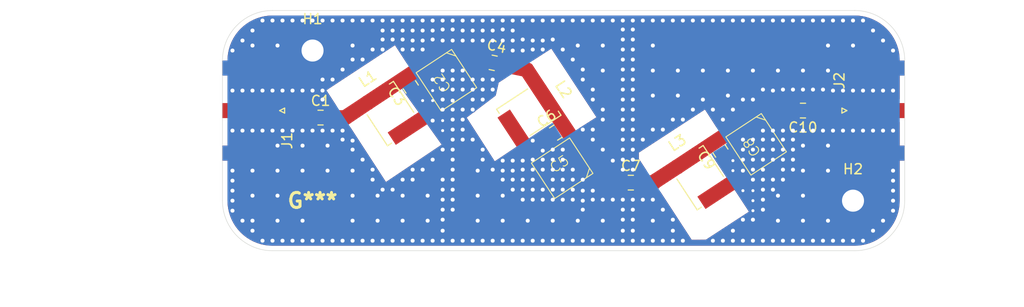
<source format=kicad_pcb>
(kicad_pcb (version 20241229) (generator "pcbnew") (generator_version "9.0")
  (layers (0 "F.Cu" signal) (2 "B.Cu" signal) (13 "F.Paste" user) (15 "B.Paste" user) (5 "F.SilkS" user "F.Silkscreen") (7 "B.SilkS" user "B.Silkscreen") (1 "F.Mask" user) (3 "B.Mask" user) (25 "Edge.Cuts" user))
  (net 0 "")
  (net 1 "Net-(C1-Pad2)")
  (net 2 "Net-(J1-In)")
  (net 3 "GND")
  (net 4 "Net-(C4-Pad2)")
  (net 5 "Net-(C10-Pad2)")
  (net 6 "Net-(J2-In)")
  (footprint "riske:L_Wurth_WE-CAIR-4248" (layer "F.Cu") (at 129.728448 140.706513 33.3)
    (property "Reference" "L3")
    (property "Value" "33n" (hide yes))
  )
  (footprint "Capacitor_SMD:C_0805_2012Metric" (layer "F.Cu") (at 122.800001 141.2)
    (property "Reference" "C7")
    (property "Value" "1p5/100V")
  )
  (footprint "riske:CERA-TRIM-SL" (layer "F.Cu") (at 104.37754 130.963233 123.3)
    (property "Reference" "C2")
    (property "Value" "2p5-10p")
  )
  (footprint "riske:CERA-TRIM-SL" (layer "F.Cu") (at 135.320981 137.371311 123.3)
    (property "Reference" "C8")
    (property "Value" "2p5-10p")
  )
  (footprint "riske:CERA-TRIM-SL" (layer "F.Cu") (at 115.940249 139.759105 33.3)
    (property "Reference" "C5")
    (property "Value" "2p5-10p")
  )
  (footprint "riske:logo_galaxy" (layer "F.Cu") (at 91 143)
    (property "Reference" "G***")
    (property "Value" "LOGO" (hide yes))
  )
  (footprint "Connector_Coaxial:SMA_Amphenol_132289_EdgeMount" (layer "F.Cu") (at 84.5 134 180)
    (property "Reference" "J1")
    (property "Value" "Conn_Coaxial")
  )
  (footprint "Connector_Coaxial:SMA_Amphenol_132289_EdgeMount" (layer "F.Cu") (at 147.6 134)
    (property "Reference" "J2")
    (property "Value" "Conn_Coaxial")
  )
  (footprint "Capacitor_SMD:C_0805_2012Metric" (layer "F.Cu") (at 100.813197 131.635136 123.3)
    (property "Reference" "C3")
    (property "Value" "18p/200V")
  )
  (footprint "Capacitor_SMD:C_0805_2012Metric" (layer "F.Cu") (at 131.750499 138.03145 123.3)
    (property "Reference" "C9")
    (property "Value" "18p/200V")
  )
  (footprint "Capacitor_SMD:C_0805_2012Metric" (layer "F.Cu") (at 91.8 134.7 -0.2)
    (property "Reference" "C1")
    (property "Value" "8p2/100V")
  )
  (footprint "MountingHole:MountingHole_2.2mm_M2_Pad" (layer "F.Cu") (at 91 128)
    (property "Reference" "H1")
    (property "Value" "MountingHole_Pad")
  )
  (footprint "Capacitor_SMD:C_0805_2012Metric" (layer "F.Cu") (at 109.049714 129.228928 -11.7)
    (property "Reference" "C4")
    (property "Value" "1p5/100V")
  )
  (footprint "riske:L_Wurth_WE-CAIR-4248" (layer "F.Cu") (at 98.785006 134.298434 33.3)
    (property "Reference" "L1")
    (property "Value" "33n" (hide yes))
  )
  (footprint "Capacitor_SMD:C_0805_2012Metric" (layer "F.Cu") (at 140 134 179.8)
    (property "Reference" "C10")
    (property "Value" "8p2/100V")
  )
  (footprint "MountingHole:MountingHole_2.2mm_M2_Pad" (layer "F.Cu") (at 145 143)
    (property "Reference" "H2")
    (property "Value" "MountingHole_Pad")
  )
  (footprint "riske:L_Wurth_WE-CAIR-4248" (layer "F.Cu") (at 112.605048 134.166572 -56.7)
    (property "Reference" "L2")
    (property "Value" "33n" (hide yes))
  )
  (footprint "Capacitor_SMD:C_0805_2012Metric" (layer "F.Cu") (at 115.3 136.2 33.3)
    (property "Reference" "C6")
    (property "Value" "22p/200V")
  )
  (gr_arc (start 150.164466 143) (mid 148.7 146.535534) (end 145.164466 148) (stroke (width 0.05)) (layer "Edge.Cuts"))
  (gr_arc (start 145.164466 124) (mid 148.7 125.464466) (end 150.164466 129) (stroke (width 0.05)) (layer "Edge.Cuts"))
  (gr_line (start 145.164466 148) (end 87 148) (stroke (width 0.05)) (layer "Edge.Cuts"))
  (gr_arc (start 87 148) (mid 83.464466 146.535534) (end 82 143) (stroke (width 0.05)) (layer "Edge.Cuts"))
  (gr_arc (start 82 129) (mid 83.464466 125.464466) (end 87 124) (stroke (width 0.05)) (layer "Edge.Cuts"))
  (gr_line (start 87 124) (end 145.164466 124) (stroke (width 0.05)) (layer "Edge.Cuts"))
  (gr_line (start 150.164466 129) (end 150.164466 143) (stroke (width 0.05)) (layer "Edge.Cuts"))
  (gr_line (start 82 129) (end 82 143) (stroke (width 0.05)) (layer "Edge.Cuts"))
  (segment (start 96.503475 133.20515) (end 103.017885 128.893356) (width 1.48) (layer "F.Cu") (net 1))
  (segment (start 96.501464 133.208131) (end 96.503475 133.20515) (width 1.48) (layer "F.Cu") (net 1))
  (segment (start 92.749994 134.703316) (end 94.3 134.7) (width 1.48) (layer "F.Cu") (net 1))
  (segment (start 96.501464 133.208131) (end 94.3 134.7) (width 1.48) (layer "F.Cu") (net 1))
  (segment (start 108.119452 129.03628) (end 105.267578 128.45606) (width 1.48) (layer "F.Cu") (net 1))
  (segment (start 96.501464 133.208131) (end 96.519355 133.211836) (width 1.48) (layer "F.Cu") (net 1))
  (arc (start 105.267578 128.45606) (mid 104.09924 128.450962) (end 103.017885 128.893356) (width 1.48) (layer "F.Cu") (net 1))
  (segment (start 84.5 134) (end 89.168062 134) (width 1.48) (layer "F.Cu") (net 2))
  (arc (start 89.168062 134) (mid 90.078324 134.181062) (end 90.850006 134.696684) (width 1.48) (layer "F.Cu") (net 2))
  (arc (start 84.508006 133.996684) (mid 84.503673 133.997545) (end 84.5 134) (width 1.48) (layer "F.Cu") (net 2))
  (via (at 120 137.9) (size 0.6) (drill 0.4) (layers "F.Cu" "B.Cu") (net 3))
  (via (at 85 146) (size 0.6) (drill 0.4) (layers "F.Cu" "B.Cu") (net 3))
  (via (at 116 141.9) (size 0.6) (drill 0.4) (layers "F.Cu" "B.Cu") (net 3))
  (via (at 123 136.9) (size 0.6) (drill 0.4) (layers "F.Cu" "B.Cu") (net 3))
  (via (at 111 125) (size 0.6) (drill 0.4) (layers "F.Cu" "B.Cu") (net 3))
  (via (at 106 130) (size 0.6) (drill 0.4) (layers "F.Cu" "B.Cu") (net 3))
  (via (at 105 136.9) (size 0.6) (drill 0.4) (layers "F.Cu" "B.Cu") (net 3))
  (via (at 139 136.900001) (size 0.6) (drill 0.4) (layers "F.Cu" "B.Cu") (net 3))
  (via (at 105 130.9) (size 0.6) (drill 0.4) (layers "F.Cu" "B.Cu") (net 3))
  (via (at 88 132) (size 0.6) (drill 0.4) (layers "F.Cu" "B.Cu") (net 3))
  (via (at 107 136.9) (size 0.6) (drill 0.4) (layers "F.Cu" "B.Cu") (net 3))
  (via (at 123 147) (size 0.6) (drill 0.4) (layers "F.Cu" "B.Cu") (net 3))
  (via (at 109 127) (size 0.6) (drill 0.4) (layers "F.Cu" "B.Cu") (net 3))
  (via (at 98 127.9) (size 0.6) (drill 0.4) (layers "F.Cu" "B.Cu") (net 3))
  (via (at 95.000001 137.9) (size 0.6) (drill 0.4) (layers "F.Cu" "B.Cu") (net 3))
  (via (at 90 132) (size 0.6) (drill 0.4) (layers "F.Cu" "B.Cu") (net 3))
  (via (at 135 137.9) (size 0.6) (drill 0.4) (layers "F.Cu" "B.Cu") (net 3))
  (via (at 135 136.9) (size 0.6) (drill 0.4) (layers "F.Cu" "B.Cu") (net 3))
  (via (at 114 142.9) (size 0.6) (drill 0.4) (layers "F.Cu" "B.Cu") (net 3))
  (via (at 110 127) (size 0.6) (drill 0.4) (layers "F.Cu" "B.Cu") (net 3))
  (via (at 96 138.9) (size 0.6) (drill 0.4) (layers "F.Cu" "B.Cu") (net 3))
  (via (at 122 138.9) (size 0.6) (drill 0.4) (layers "F.Cu" "B.Cu") (net 3))
  (via (at 87 132) (size 0.6) (drill 0.4) (layers "F.Cu" "B.Cu") (net 3))
  (via (at 118 147) (size 0.6) (drill 0.4) (layers "F.Cu" "B.Cu") (net 3))
  (via (at 102 127.9) (size 0.6) (drill 0.4) (layers "F.Cu" "B.Cu") (net 3))
  (via (at 99 125) (size 0.6) (drill 0.4) (layers "F.Cu" "B.Cu") (net 3))
  (via (at 134 147) (size 0.6) (drill 0.4) (layers "F.Cu" "B.Cu") (net 3))
  (via (at 144 147) (size 0.6) (drill 0.4) (layers "F.Cu" "B.Cu") (net 3))
  (via (at 107.5 145) (size 0.6) (drill 0.4) (layers "F.Cu" "B.Cu") (net 3))
  (via (at 103 126) (size 0.6) (drill 0.4) (layers "F.Cu" "B.Cu") (net 3))
  (via (at 117 128.900001) (size 0.6) (drill 0.4) (layers "F.Cu" "B.Cu") (net 3))
  (via (at 127 134.9) (size 0.6) (drill 0.4) (layers "F.Cu" "B.Cu") (net 3))
  (via (at 122 139.900001) (size 0.6) (drill 0.4) (layers "F.Cu" "B.Cu") (net 3))
  (via (at 107.5 140) (size 0.6) (drill 0.4) (layers "F.Cu" "B.Cu") (net 3))
  (via (at 103 132) (size 0.6) (drill 0.3) (layers "F.Cu" "B.Cu") (net 3))
  (via (at 123 138.9) (size 0.6) (drill 0.4) (layers "F.Cu" "B.Cu") (net 3))
  (via (at 111 140.900001) (size 0.6) (drill 0.4) (layers "F.Cu" "B.Cu") (net 3))
  (via (at 148 132) (size 0.6) (drill 0.4) (layers "F.Cu" "B.Cu") (net 3))
  (via (at 134 125) (size 0.6) (drill 0.4) (layers "F.Cu" "B.Cu") (net 3))
  (via (at 111 147) (size 0.6) (drill 0.4) (layers "F.Cu" "B.Cu") (net 3))
  (via (at 103 126.9) (size 0.6) (drill 0.4) (layers "F.Cu" "B.Cu") (net 3))
  (via (at 135 139.9) (size 0.6) (drill 0.4) (layers "F.Cu" "B.Cu") (net 3))
  (via (at 126 125) (size 0.6) (drill 0.4) (layers "F.Cu" "B.Cu") (net 3))
  (via (at 137.5 142.5) (size 0.6) (drill 0.4) (layers "F.Cu" "B.Cu") (net 3))
  (via (at 107 125) (size 0.6) (drill 0.4) (layers "F.Cu" "B.Cu") (net 3))
  (via (at 122 144.9) (size 0.6) (drill 0.4) (layers "F.Cu" "B.Cu") (net 3))
  (via (at 115 140.9) (size 0.6) (drill 0.4) (layers "F.Cu" "B.Cu") (net 3))
  (via (at 147 126) (size 0.6) (drill 0.4) (layers "F.Cu" "B.Cu") (net 3))
  (via (at 118 142) (size 0.6) (drill 0.4) (layers "F.Cu" "B.Cu") (net 3))
  (via (at 107.000001 131.9) (size 0.6) (drill 0.4) (layers "F.Cu" "B.Cu") (net 3))
  (via (at 117 141.9) (size 0.6) (drill 0.4) (layers "F.Cu" "B.Cu") (net 3))
  (via (at 125 135.9) (size 0.6) (drill 0.4) (layers "F.Cu" "B.Cu") (net 3))
  (via (at 94.000001 129.9) (size 0.6) (drill 0.4) (layers "F.Cu" "B.Cu") (net 3))
  (via (at 114 125) (size 0.6) (drill 0.4) (layers "F.Cu" "B.Cu") (net 3))
  (via (at 138 131.9) (size 0.6) (drill 0.4) (layers "F.Cu" "B.Cu") (net 3))
  (via (at 119 136.9) (size 0.6) (drill 0.4) (layers "F.Cu" "B.Cu") (net 3))
  (via (at 108 125) (size 0.6) (drill 0.4) (layers "F.Cu" "B.Cu") (net 3))
  (via (at 118 143) (size 0.6) (drill 0.4) (layers "F.Cu" "B.Cu") (net 3))
  (via (at 117 142.9) (size 0.6) (drill 0.4) (layers "F.Cu" "B.Cu") (net 3))
  (via (at 105 135.9) (size 0.6) (drill 0.4) (layers "F.Cu" "B.Cu") (net 3))
  (via (at 109 147) (size 0.6) (drill 0.4) (layers "F.Cu" "B.Cu") (net 3))
  (via (at 108 138.9) (size 0.6) (drill 0.4) (layers "F.Cu" "B.Cu") (net 3))
  (via (at 124 142.9) (size 0.6) (drill 0.4) (layers "F.Cu" "B.Cu") (net 3))
  (via (at 90 137.5) (size 0.6) (drill 0.4) (layers "F.Cu" "B.Cu") (net 3))
  (via (at 83 140) (size 0.6) (drill 0.4) (layers "F.Cu" "B.Cu") (net 3))
  (via (at 140 147) (size 0.6) (drill 0.4) (layers "F.Cu" "B.Cu") (net 3))
  (via (at 118 130.9) (size 0.6) (drill 0.4) (layers "F.Cu" "B.Cu") (net 3))
  (via (at 149 141) (size 0.6) (drill 0.4) (layers "F.Cu" "B.Cu") (net 3))
  (via (at 134 142) (size 0.6) (drill 0.3) (layers "F.Cu" "B.Cu") (net 3))
  (via (at 103 133) (size 0.6) (drill 0.3) (layers "F.Cu" "B.Cu") (net 3))
  (via (at 125 130) (size 0.6) (drill 0.4) (layers "F.Cu" "B.Cu") (net 3))
  (via (at 108 127) (size 0.6) (drill 0.4) (layers "F.Cu" "B.Cu") (net 3))
  (via (at 92 130.9) (size 0.6) (drill 0.4) (layers "F.Cu" "B.Cu") (net 3))
  (via (at 109 130.9) (size 0.6) (drill 0.4) (layers "F.Cu" "B.Cu") (net 3))
  (via (at 90 140) (size 0.6) (drill 0.4) (layers "F.Cu" "B.Cu") (net 3))
  (via (at 89 136) (size 0.6) (drill 0.4) (layers "F.Cu" "B.Cu") (net 3))
  (via (at 110 139) (size 0.6) (drill 0.4) (layers "F.Cu" "B.Cu") (net 3))
  (via (at 104 136) (size 0.6) (drill 0.3) (layers "F.Cu" "B.Cu") (net 3))
  (via (at 95 128.9) (size 0.6) (drill 0.4) (layers "F.Cu" "B.Cu") (net 3))
  (via (at 94 147) (size 0.6) (drill 0.4) (layers "F.Cu" "B.Cu") (net 3))
  (via (at 138 136.900001) (size 0.6) (drill 0.4) (layers "F.Cu" "B.Cu") (net 3))
  (via (at 149 140) (size 0.6) (drill 0.4) (layers "F.Cu" "B.Cu") (net 3))
  (via (at 128 147) (size 0.6) (drill 0.4) (layers "F.Cu" "B.Cu") (net 3))
  (via (at 123 139.9) (size 0.6) (drill 0.4) (layers "F.Cu" "B.Cu") (net 3))
  (via (at 103 147) (size 0.6) (drill 0.4) (layers "F.Cu" "B.Cu") (net 3))
  (via (at 123 125) (size 0.6) (drill 0.4) (layers "F.Cu" "B.Cu") (net 3))
  (via (at 108 137.9) (size 0.6) (drill 0.4) (layers "F.Cu" "B.Cu") (net 3))
  (via (at 139 131.9) (size 0.6) (drill 0.4) (layers "F.Cu" "B.Cu") (net 3))
  (via (at 141 147) (size 0.6) (drill 0.4) (layers "F.Cu" "B.Cu") (net 3))
  (via (at 136 147) (size 0.6) (drill 0.4) (layers "F.Cu" "B.Cu") (net 3))
  (via (at 140 131.9) (size 0.6) (drill 0.4) (layers "F.Cu" "B.Cu") (net 3))
  (via (at 115 147) (size 0.6) (drill 0.4) (layers "F.Cu" "B.Cu") (net 3))
  (via (at 112 142.9) (size 0.6) (drill 0.4) (layers "F.Cu" "B.Cu") (net 3))
  (via (at 138 147) (size 0.6) (drill 0.4) (layers "F.Cu" "B.Cu") (net 3))
  (via (at 133 133.9) (size 0.6) (drill 0.4) (layers "F.Cu" "B.Cu") (net 3))
  (via (at 108 126) (size 0.6) (drill 0.4) (layers "F.Cu" "B.Cu") (net 3))
  (via (at 84 136) (size 0.6) (drill 0.4) (layers "F.Cu" "B.Cu") (net 3))
  (via (at 106 126) (size 0.6) (drill 0.4) (layers "F.Cu" "B.Cu") (net 3))
  (via (at 107.000001 130.9) (size 0.6) (drill 0.4) (layers "F.Cu" "B.Cu") (net 3))
  (via (at 102 139.9) (size 0.6) (drill 0.4) (layers "F.Cu" "B.Cu") (net 3))
  (via (at 85 140) (size 0.6) (drill 0.4) (layers "F.Cu" "B.Cu") (net 3))
  (via (at 142 125) (size 0.6) (drill 0.4) (layers "F.Cu" "B.Cu") (net 3))
  (via (at 115 139.9) (size 0.6) (drill 0.4) (layers "F.Cu" "B.Cu") (net 3))
  (via (at 84 127) (size 0.6) (drill 0.4) (layers "F.Cu" "B.Cu") (net 3))
  (via (at 105 125) (size 0.6) (drill 0.4) (layers "F.Cu" "B.Cu") (net 3))
  (via (at 87.5 140) (size 0.6) (drill 0.4) (layers "F.Cu" "B.Cu") (net 3))
  (via (at 93 130.9) (size 0.6) (drill 0.4) (layers "F.Cu" "B.Cu") (net 3))
  (via (at 105 142.9) (size 0.6) (drill 0.4) (layers "F.Cu" "B.Cu") (net 3))
  (via (at 118 135.900001) (size 0.6) (drill 0.4) (layers "F.Cu" "B.Cu") (net 3))
  (via (at 131 133.9) (size 0.6) (drill 0.4) (layers "F.Cu" "B.Cu") (net 3))
  (via (at 108 132.9) (size 0.6) (drill 0.4) (layers "F.Cu" "B.Cu") (net 3))
  (via (at 124 125) (size 0.6) (drill 0.4) (layers "F.Cu" "B.Cu") (net 3))
  (via (at 137.5 145) (size 0.6) (drill 0.4) (layers "F.Cu" "B.Cu") (net 3))
  (via (at 90 147) (size 0.6) (drill 0.4) (layers "F.Cu" "B.Cu") (net 3))
  (via (at 134 137.9) (size 0.6) (drill 0.4) (layers "F.Cu" "B.Cu") (net 3))
  (via (at 114 138) (size 0.6) (drill 0.4) (layers "F.Cu" "B.Cu") (net 3))
  (via (at 149 132) (size 0.6) (drill 0.4) (layers "F.Cu" "B.Cu") (net 3))
  (via (at 107 127) (size 0.6) (drill 0.4) (layers "F.Cu" "B.Cu") (net 3))
  (via (at 119 131.9) (size 0.6) (drill 0.4) (layers "F.Cu" "B.Cu") (net 3))
  (via (at 137 136) (size 0.6) (drill 0.4) (layers "F.Cu" "B.Cu") (net 3))
  (via (at 113 127) (size 0.6) (drill 0.4) (layers "F.Cu" "B.Cu") (net 3))
  (via (at 106 147) (size 0.6) (drill 0.4) (layers "F.Cu" "B.Cu") (net 3))
  (via (at 102 133) (size 0.6) (drill 0.3) (layers "F.Cu" "B.Cu") (net 3))
  (via (at 100 126) (size 0.6) (drill 0.4) (layers "F.Cu" "B.Cu") (net 3))
  (via (at 127.5 130) (size 0.6) (drill 0.4) (layers "F.Cu" "B.Cu") (net 3))
  (via (at 101 126) (size 0.6) (drill 0.4) (layers "F.Cu" "B.Cu") (net 3))
  (via (at 112.000001 139.9) (size 0.6) (drill 0.4) (layers "F.Cu" "B.Cu") (net 3))
  (via (at 92 132) (size 0.6) (drill 0.4) (layers "F.Cu" "B.Cu") (net 3))
  (via (at 95 137) (size 0.6) (drill 0.4) (layers "F.Cu" "B.Cu") (net 3))
  (via (at 122 133.9) (size 0.6) (drill 0.4) (layers "F.Cu" "B.Cu") (net 3))
  (via (at 132 134.9) (size 0.6) (drill 0.4) (layers "F.Cu" "B.Cu") (net 3))
  (via (at 129 133.9) (size 0.6) (drill 0.4) (layers "F.Cu" "B.Cu") (net 3))
  (via (at 93 147) (size 0.6) (drill 0.4) (layers "F.Cu" "B.Cu") (net 3))
  (via (at 132 147) (size 0.6) (drill 0.4) (layers "F.Cu" "B.Cu") (net 3))
  (via (at 123 127.9) (size 0.6) (drill 0.4) (layers "F.Cu" "B.Cu") (net 3))
  (via (at 110 140) (size 0.6) (drill 0.4) (layers "F.Cu" "B.Cu") (net 3))
  (via (at 134 138.9) (size 0.6) (drill 0.4) (layers "F.Cu" "B.Cu") (net 3))
  (via (at 125 147) (size 0.6) (drill 0.4) (layers "F.Cu" "B.Cu") (net 3))
  (via (at 141 131.9) (size 0.6) (drill 0.4) (layers "F.Cu" "B.Cu") (net 3))
  (via (at 144 125) (size 0.6) (drill 0.4) (layers "F.Cu" "B.Cu") (net 3))
  (via (at 144 136) (size 0.6) (drill 0.4) (layers "F.Cu" "B.Cu") (net 3))
  (via (at 123 129.9) (size 0.6) (drill 0.4) (layers "F.Cu" "B.Cu") (net 3))
  (via (at 136 143.9) (size 0.6) (drill 0.4) (layers "F.Cu" "B.Cu") (net 3))
  (via (at 137 140.9) (size 0.6) (drill 0.4) (layers "F.Cu" "B.Cu") (net 3))
  (via (at 123 131.9) (size 0.6) (drill 0.4) (layers "F.Cu" "B.Cu") (net 3))
  (via (at 92.5 137.5) (size 0.6) (drill 0.4) (layers "F.Cu" "B.Cu") (net 3))
  (via (at 120 147) (size 0.6) (drill 0.4) (layers "F.Cu" "B.Cu") (net 3))
  (via (at 110 125.9) (size 0.6) (drill 0.4) (layers "F.Cu" "B.Cu") (net 3))
  (via (at 123.000001 134.9) (size 0.6) (drill 0.4) (layers "F.Cu" "B.Cu") (net 3))
  (via (at 145 136) (size 0.6) (drill 0.4) (layers "F.Cu" "B.Cu") (net 3))
  (via (at 111 139) (size 0.6) (drill 0.4) (layers "F.Cu" "B.Cu") (net 3))
  (via (at 117.5 145) (size 0.6) (drill 0.4) (layers "F.Cu" "B.Cu") (net 3))
  (via (at 135 144.9) (size 0.6) (drill 0.4) (layers "F.Cu" "B.Cu") (net 3))
  (via (at 98 147) (size 0.6) (drill 0.4) (layers "F.Cu" "B.Cu") (net 3))
  (via (at 114 127.900001) (size 0.6) (drill 0.4) (layers "F.Cu" "B.Cu") (net 3))
  (via (at 123 146) (size 0.6) (drill 0.4) (layers "F.Cu" "B.Cu") (net 3))
  (via (at 103 135) (size 0.6) (drill 0.4) (layers "F.Cu" "B.Cu") (net 3))
  (via (at 99 126) (size 0.6) (drill 0.4) (layers "F.Cu" "B.Cu") (net 3))
  (via (at 89 147) (size 0.6) (drill 0.4) (layers "F.Cu" "B.Cu") (net 3))
  (via (at 145 125) (size 0.6) (drill 0.4) (layers "F.Cu" "B.Cu") (net 3))
  (via (at 123 128.9) (size 0.6) (drill 0.4) (layers "F.Cu" "B.Cu") (net 3))
  (via (at 137 141.9) (size 0.6) (drill 0.4) (layers "F.Cu" "B.Cu") (net 3))
  (via (at 137 137.9) (size 0.6) (drill 0.4) (layers "F.Cu" "B.Cu") (net 3))
  (via (at 132.5 130) (size 0.6) (drill 0.4) (layers "F.Cu" "B.Cu") (net 3))
  (via (at 137 147) (size 0.6) (drill 0.4) (layers "F.Cu" "B.Cu") (net 3))
  (via (at 136 136) (size 0.6) (drill 0.4) (layers "F.Cu" "B.Cu") (net 3))
  (via (at 101 140.9) (size 0.6) (drill 0.4) (layers "F.Cu" "B.Cu") (net 3))
  (via (at 121 147) (size 0.6) (drill 0.4) (layers "F.Cu" "B.Cu") (net 3))
  (via (at 116 142.9) (size 0.6) (drill 0.4) (layers "F.Cu" "B.Cu") (net 3))
  (via (at 116 140.9) (size 0.6) (drill 0.4) (layers "F.Cu" "B.Cu") (net 3))
  (via (at 86 147) (size 0.6) (drill 0.4) (layers "F.Cu" "B.Cu") (net 3))
  (via (at 84 145) (size 0.6) (drill 0.4) (layers "F.Cu" "B.Cu") (net 3))
  (via (at 104 125) (size 0.6) (drill 0.4) (layers "F.Cu" "B.Cu") (net 3))
  (via (at 135 130) (size 0.6) (drill 0.4) (layers "F.Cu" "B.Cu") (net 3))
  (via (at 83 143) (size 0.6) (drill 0.4) (layers "F.Cu" "B.Cu") (net 3))
  (via (at 137 132) (size 0.6) (drill 0.4) (layers "F.Cu" "B.Cu") (net 3))
  (via (at 107 132.9) (size 0.6) (drill 0.4) (layers "F.Cu" "B.Cu") (net 3))
  (via (at 140 130) (size 0.6) (drill 0.4) (layers "F.Cu" "B.Cu") (net 3))
  (via (at 146 147) (size 0.6) (drill 0.4) (layers "F.Cu" "B.Cu") (net 3))
  (via (at 129 125) (size 0.6) (drill 0.4) (layers "F.Cu" "B.Cu") (net 3))
  (via (at 98 126) (size 0.6) (drill 0.4) (layers "F.Cu" "B.Cu") (net 3))
  (via (at 123 130.9) (size 0.6) (drill 0.4) (layers "F.Cu" "B.Cu") (net 3))
  (via (at 97 127.900001) (size 0.6) (drill 0.4) (layers "F.Cu" "B.Cu") (net 3))
  (via (at 126 147) (size 0.6) (drill 0.4) (layers "F.Cu" "B.Cu") (net 3))
  (via (at 120 130) (size 0.6) (drill 0.4) (layers "F.Cu" "B.Cu") (net 3))
  (via (at 120 125) (size 0.6) (drill 0.4) (layers "F.Cu" "B.Cu") (net 3))
  (via (at 105 131.9) (size 0.6) (drill 0.4) (layers "F.Cu" "B.Cu") (net 3))
  (via (at 136.000001 136.9) (size 0.6) (drill 0.4) (layers "F.Cu" "B.Cu") (net 3))
  (via (at 111 128) (size 0.6) (drill 0.4) (layers "F.Cu" "B.Cu") (net 3))
  (via (at 100 126.9) (size 0.6) (drill 0.4) (layers "F.Cu" "B.Cu") (net 3))
  (via (at 86 136) (size 0.6) (drill 0.4) (layers "F.Cu" "B.Cu") (net 3))
  (via (at 126 143.9) (size 0.6) (drill 0.4) (layers "F.Cu" "B.Cu") (net 3))
  (via (at 130 125) (size 0.6) (drill 0.4) (layers "F.Cu" "B.Cu") (net 3))
  (via (at 113 141.9) (size 0.6) (drill 0.4) (layers "F.Cu" "B.Cu") (net 3))
  (via (at 116 127.9) (size 0.6) (drill 0.4) (layers "F.Cu" "B.Cu") (net 3))
  (via (at 106 127) (size 0.6) (drill 0.4) (layers "F.Cu" "B.Cu") (net 3))
  (via (at 95 147) (size 0.6) (drill 0.4) (layers "F.Cu" "B.Cu") (net 3))
  (via (at 101 127) (size 0.6) (drill 0.4) (layers "F.Cu" "B.Cu") (net 3))
  (via (at 105 138.9) (size 0.6) (drill 0.4) (layers "F.Cu" "B.Cu") (net 3))
  (via (at 141 125) (size 0.6) (drill 0.4) (layers "F.Cu" "B.Cu") (net 3))
  (via (at 99 126.9) (size 0.6) (drill 0.4) (layers "F.Cu" "B.Cu") (net 3))
  (via (at 90 125) (size 0.6) (drill 0.4) (layers "F.Cu" "B.Cu") (net 3))
  (via (at 95 127.5) (size 0.6) (drill 0.4) (layers "F.Cu" "B.Cu") (net 3))
  (via (at 122 146) (size 0.6) (drill 0.4) (layers "F.Cu" "B.Cu") (net 3))
  (via (at 122 125.9) (size 0.6) (drill 0.4) (layers "F.Cu" "B.Cu") (net 3))
  (via (at 122 129.9) (size 0.6) (drill 0.4) (layers "F.Cu" "B.Cu") (net 3))
  (via (at 90 136) (size 0.6) (drill 0.4) (layers "F.Cu" "B.Cu") (net 3))
  (via (at 138 125) (size 0.6) (drill 0.4) (layers "F.Cu" "B.Cu") (net 3))
  (via (at 93 136) (size 0.6) (drill 0.4) (layers "F.Cu" "B.Cu") (net 3))
  (via (at 85 145) (size 0.6) (drill 0.4) (layers "F.Cu" "B.Cu") (net 3))
  (via (at 83 142) (size 0.6) (drill 0.4) (layers "F.Cu" "B.Cu") (net 3))
  (via (at 133 140) (size 0.6) (drill 0.3) (layers "F.Cu" "B.Cu") (net 3))
  (via (at 97 125) (size 0.6) (drill 0.4) (layers "F.Cu" "B.Cu") (net 3))
  (via (at 113 140.9) (size 0.6) (drill 0.4) (layers "F.Cu" "B.Cu") (net 3))
  (via (at 116 125) (size 0.6) (drill 0.4) (layers "F.Cu" "B.Cu") (net 3))
  (via (at 87 125) (size 0.6) (drill 0.4) (layers "F.Cu" "B.Cu") (net 3))
  (via (at 100 125) (size 0.6) (drill 0.4) (layers "F.Cu" "B.Cu") (net 3))
  (via (at 145 132) (size 0.6) (drill 0.4) (layers "F.Cu" "B.Cu") (net 3))
  (via (at 97 147) (size 0.6) (drill 0.4) (layers "F.Cu" "B.Cu") (net 3))
  (via (at 138 138.9) (size 0.6) (drill 0.4) (layers "F.Cu" "B.Cu") (net 3))
  (via (at 134 140) (size 0.6) (drill 0.4) (layers "F.Cu" "B.Cu") (net 3))
  (via (at 121 139) (size 0.6) (drill 0.4) (layers "F.Cu" "B.Cu") (net 3))
  (via (at 100 147) (size 0.6) (drill 0.4) (layers "F.Cu" "B.Cu") (net 3))
  (via (at 119 135.900001) (size 0.6) (drill 0.4) (layers "F.Cu" "B.Cu") (net 3))
  (via (at 139 137.9) (size 0.6) (drill 0.4) (layers "F.Cu" "B.Cu") (net 3))
  (via (at 122 131.9) (size 0.6) (drill 0.4) (layers "F.Cu" "B.Cu") (net 3))
  (via (at 104 127) (size 0.6) (drill 0.4) (layers "F.Cu" "B.Cu") (net 3))
  (via (at 128 125) (size 0.6) (drill 0.4) (layers "F.Cu" "B.Cu") (net 3))
  (via (at 146 125) (size 0.6) (drill 0.4) (layers "F.Cu" "B.Cu") (net 3))
  (via (at 89 125) (size 0.6) (drill 0.4) (layers "F.Cu" "B.Cu") (net 3))
  (via (at 114 141.9) (size 0.6) (drill 0.4) (layers "F.Cu" "B.Cu") (net 3))
  (via (at 122 125) (size 0.6) (drill 0.4) (layers "F.Cu" "B.Cu") (net 3))
  (via (at 116 137.9) (size 0.6) (drill 0.4) (layers "F.Cu" "B.Cu") (net 3))
  (via (at 127 125) (size 0.6) (drill 0.4) (layers "F.Cu" "B.Cu") (net 3))
  (via (at 142.5 145) (size 0.6) (drill 0.4) (layers "F.Cu" "B.Cu") (net 3))
  (via (at 127 144.9) (size 0.6) (drill 0.4) (layers "F.Cu" "B.Cu") (net 3))
  (via (at 113 142.9) (size 0.6) (drill 0.4) (layers "F.Cu" "B.Cu") (net 3))
  (via (at 135 142) (size 0.6) (drill 0.3) (layers "F.Cu" "B.Cu") (net 3))
  (via (at 120 127.5) (size 0.6) (drill 0.4) (layers "F.Cu" "B.Cu") (net 3))
  (via (at 100 127.9) (size 0.6) (drill 0.4) (layers "F.Cu" "B.Cu") (net 3))
  (via (at 110 140.900001) (size 0.6) (drill 0.4) (layers "F.Cu" "B.Cu") (net 3))
  (via (at 139 136) (size 0.6) (drill 0.4) (layers "F.Cu" "B.Cu") (net 3))
  (via (at 108 147) (size 0.6) (drill 0.4) (layers "F.Cu" "B.Cu") (net 3))
  (via (at 105 143.9) (size 0.6) (drill 0.4) (layers "F.Cu" "B.Cu") (net 3))
  (via (at 138 139.9) (size 0.6) (drill 0.4) (layers "F.Cu" "B.Cu") (net 3))
  (via (at 132 125) (size 0.6) (drill 0.4) (layers "F.Cu" "B.Cu") (net 3))
  (via (at 87.5 142.5) (size 0.6) (drill 0.4) (layers "F.Cu" "B.Cu") (net 3))
  (via (at 91 147) (size 0.6) (drill 0.4) (layers "F.Cu" "B.Cu") (net 3))
  (via (at 113 137) (size 0.6) (drill 0.4) (layers "F.Cu" "B.Cu") (net 3))
  (via (at 137.5 130) (size 0.6) (drill 0.4) (layers "F.Cu" "B.Cu") (net 3))
  (via (at 123 137.9) (size 0.6) (drill 0.4) (layers "F.Cu" "B.Cu") (net 3))
  (via (at 133 139) (size 0.6) (drill 0.3) (layers "F.Cu" "B.Cu") (net 3))
  (via (at 85 136) (size 0.6) (drill 0.4) (layers "F.Cu" "B.Cu") (net 3))
  (via (at 118 143.9) (size 0.6) (drill 0.4) (layers "F.Cu" "B.Cu") (net 3))
  (via (at 97.5 145) (size 0.6) (drill 0.4) (layers "F.Cu" "B.Cu") (net 3))
  (via (at 105 137.9) (size 0.6) (drill 0.4) (layers "F.Cu" "B.Cu") (net 3))
  (via (at 109 125) (size 0.6) (drill 0.4) (layers "F.Cu" "B.Cu") (net 3))
  (via (at 133 147) (size 0.6) (drill 0.4) (layers "F.Cu" "B.Cu") (net 3))
  (via (at 104.000001 144.9) (size 0.6) (drill 0.4) (layers "F.Cu" "B.Cu") (net 3))
  (via (at 104 147) (size 0.6) (drill 0.4) (layers "F.Cu" "B.Cu") (net 3))
  (via (at 95 125) (size 0.6) (drill 0.4) (layers "F.Cu" "B.Cu") (net 3))
  (via (at 148 145) (size 0.6) (drill 0.4) (layers "F.Cu" "B.Cu") (net 3))
  (via (at 125 132.5) (size 0.6) (drill 0.4) (layers "F.Cu" "B.Cu") (net 3))
  (via (at 94 136) (size 0.6) (drill 0.4) (layers "F.Cu" "B.Cu") (net 3))
  (via (at 109 126) (size 0.6) (drill 0.4) (layers "F.Cu" "B.Cu") (net 3))
  (via (at 142 136) (size 0.6) (drill 0.4) (layers "F.Cu" "B.Cu") (net 3))
  (via (at 87 136) (size 0.6) (drill 0.4) (layers "F.Cu" "B.Cu") (net 3))
  (via (at 127 147) (size 0.6) (drill 0.4) (layers "F.Cu" "B.Cu") (net 3))
  (via (at 122 127.9) (size 0.6) (drill 0.4) (layers "F.Cu" "B.Cu") (net 3))
  (via (at 135 138.9) (size 0.6) (drill 0.4) (layers "F.Cu" "B.Cu") (net 3))
  (via (at 140 142.5) (size 0.6) (drill 0.4) (layers "F.Cu" "B.Cu") (net 3))
  (via (at 135 143) (size 0.6) (drill 0.3) (layers "F.Cu" "B.Cu") (net 3))
  (via (at 113 147) (size 0.6) (drill 0.4) (layers "F.Cu" "B.Cu") (net 3))
  (via (at 109 131.9) (size 0.6) (drill 0.4) (layers "F.Cu" "B.Cu") (net 3))
  (via (at 136.000001 138.9) (size 0.6) (drill 0.4) (layers "F.Cu" "B.Cu") (net 3))
  (via (at 125 125) (size 0.6) (drill 0.4) (layers "F.Cu" "B.Cu") (net 3))
  (via (at 112 126.9) (size 0.6) (drill 0.4) (layers "F.Cu" "B.Cu") (net 3))
  (via (at 104 140.9) (size 0.6) (drill 0.4) (layers "F.Cu" "B.Cu") (net 3))
  (via (at 92 132.9) (size 0.6) (drill 0.4) (layers "F.Cu" "B.Cu") (net 3))
  (via (at 97.5 142.5) (size 0.6) (drill 0.4) (layers "F.Cu" "B.Cu") (net 3))
  (via (at 122 143.9) (size 0.6) (drill 0.4) (layers "F.Cu" "B.Cu") (net 3))
  (via (at 135 140.9) (size 0.6) (drill 0.4) (layers "F.Cu" "B.Cu") (net 3))
  (via (at 119 132.9) (size 0.6) (drill 0.4) (layers "F.Cu" "B.Cu") (net 3))
  (via (at 140 137.5) (size 0.6) (drill 0.4) (layers "F.Cu" "B.Cu") (net 3))
  (via (at 96 128.9) (size 0.6) (drill 0.4) (layers "F.Cu" "B.Cu") (net 3))
  (via (at 134 144.9) (size 0.6) (drill 0.4) (layers "F.Cu" "B.Cu") (net 3))
  (via (at 122 134.9) (size 0.6) (drill 0.4) (layers "F.Cu" "B.Cu") (net 3))
  (via (at 136 140.9) (size 0.6) (drill 0.4) (layers "F.Cu" "B.Cu") (net 3))
  (via (at 105 133.9) (size 0.6) (drill 0.4) (layers "F.Cu" "B.Cu") (net 3))
  (via (at 122 135.9) (size 0.6) (drill 0.4) (layers "F.Cu" "B.Cu") (net 3))
  (via (at 118 129.9) (size 0.6) (drill 0.4) (layers "F.Cu" "B.Cu") (net 3))
  (via (at 104 130.9) (size 0.6) (drill 0.4) (layers "F.Cu" "B.Cu") (net 3))
  (via (at 148 127) (size 0.6) (drill 0.4) (layers "F.Cu" "B.Cu") (net 3))
  (via (at 138 136) (size 0.6) (drill 0.4) (layers "F.Cu" "B.Cu") (net 3))
  (via (at 133 125) (size 0.6) (drill 0.4) (layers "F.Cu" "B.Cu") (net 3))
  (via (at 104 125.900001) (size 0.6) (drill 0.4) (layers "F.Cu" "B.Cu") (net 3))
  (via (at 146 132) (size 0.6) (drill 0.4) (layers "F.Cu" "B.Cu") (net 3))
  (via (at 115 145) (size 0.6) (drill 0.4) (layers "F.Cu" "B.Cu") (net 3))
  (via (at 91 132) (size 0.6) (drill 0.4) (layers "F.Cu" "B.Cu") (net 3))
  (via (at 115 126.9) (size 0.6) (drill 0.4) (layers "F.Cu" "B.Cu") (net 3))
  (via (at 92 136) (size 0.6) (drill 0.4) (layers "F.Cu" "B.Cu") (net 3))
  (via (at 104 141.9) (size 0.6) (drill 0.4) (layers "F.Cu" "B.Cu") (net 3))
  (via (at 106 130.9) (size 0.6) (drill 0.4) (layers "F.Cu" "B.Cu") (net 3))
  (via (at 147 136) (size 0.6) (drill 0.4) (layers "F.Cu" "B.Cu") (net 3))
  (via (at 100 142.5) (size 0.6) (drill 0.4) (layers "F.Cu" "B.Cu") (net 3))
  (via (at 123 143.9) (size 0.6) (drill 0.4) (layers "F.Cu" "B.Cu") (net 3))
  (via (at 139 147) (size 0.6) (drill 0.4) (layers "F.Cu" "B.Cu") (net 3))
  (via (at 120 145) (size 0.6) (drill 0.4) (layers "F.Cu" "B.Cu") (net 3))
  (via (at 116 147) (size 0.6) (drill 0.4) (layers "F.Cu" "B.Cu") (net 3))
  (via (at 136 131.9) (size 0.6) (drill 0.4) (layers "F.Cu" "B.Cu") (net 3))
  (via (at 104 130) (size 0.6) (drill 0.4) (layers "F.Cu" "B.Cu") (net 3))
  (via (at 146 136) (size 0.6) (drill 0.4) (layers "F.Cu" "B.Cu") (net 3))
  (via (at 101 139.9) (size 0.6) (drill 0.4) (layers "F.Cu" "B.Cu") (net 3))
  (via (at 128 134.9) (size 0.6) (drill 0.4) (layers "F.Cu" "B.Cu") (net 3))
  (via (at 83 141) (size 0.6) (drill 0.4) (layers "F.Cu" "B.Cu") (net 3))
  (via (at 94 136.9) (size 0.6) (drill 0.4) (layers "F.Cu" "B.Cu") (net 3))
  (via (at 112 139) (size 0.6) (drill 0.4) (layers "F.Cu" "B.Cu") (net 3))
  (via (at 142.5 140) (size 0.6) (drill 0.4) (layers "F.Cu" "B.Cu") (net 3))
  (via (at 145 127.5) (size 0.6) (drill 0.4) (layers "F.Cu" "B.Cu") (net 3))
  (via (at 126 135.9) (size 0.6) (drill 0.4) (layers "F.Cu" "B.Cu") (net 3))
  (via (at 138 137.9) (size 0.6) (drill 0.4) (layers "F.Cu" "B.Cu") (net 3))
  (via (at 115 141.900001) (size 0.6) (drill 0.4) (layers "F.Cu" "B.Cu") (net 3))
  (via (at 142.5 137.5) (size 0.6) (drill 0.4) (layers "F.Cu" "B.Cu") (net 3))
  (via (at 85 132) (size 0.6) (drill 0.4) (layers "F.Cu" "B.Cu") (net 3))
  (via (at 143 147) (size 0.6) (drill 0.4) (layers "F.Cu" "B.Cu") (net 3))
  (via (at 108 130.9) (size 0.6) (drill 0.4) (layers "F.Cu" "B.Cu") (net 3))
  (via (at 136 139.9) (size 0.6) (drill 0.4) (layers "F.Cu" "B.Cu") (net 3))
  (via (at 104 146) (size 0.6) (drill 0.4) (layers "F.Cu" "B.Cu") (net 3))
  (via (at 91 136) (size 0.6) (drill 0.4) (layers "F.Cu" "B.Cu") (net 3))
  (via (at 122 126.9) (size 0.6) (drill 0.4) (layers "F.Cu" "B.Cu") (net 3))
  (via (at 112.5 145) (size 0.6) (drill 0.4) (layers "F.Cu" "B.Cu") (net 3))
  (via (at 92 125) (size 0.6) (drill 0.4) (layers "F.Cu" "B.Cu") (net 3))
  (via (at 127 146) (size 0.6) (drill 0.4) (layers "F.Cu" "B.Cu") (net 3))
  (via (at 124 136.9) (size 0.6) (drill 0.4) (layers "F.Cu" "B.Cu") (net 3))
  (via (at 92 147) (size 0.6) (drill 0.4) (layers "F.Cu" "B.Cu") (net 3))
  (via (at 149 144) (size 0.6) (drill 0.4) (layers "F.Cu" "B.Cu") (net 3))
  (via (at 117 125) (size 0.6) (drill 0.4) (layers "F.Cu" "B.Cu") (net 3))
  (via (at 98.000001 126.9) (size 0.6) (drill 0.4) (layers "F.Cu" "B.Cu") (net 3))
  (via (at 85 126) (size 0.6) (drill 0.4) (layers "F.Cu" "B.Cu") (net 3))
  (via (at 137 138.9) (size 0.6) (drill 0.4) (layers "F.Cu" "B.Cu") (net 3))
  (via (at 119 142) (size 0.6) (drill 0.4) (layers "F.Cu" "B.Cu") (net 3))
  (via (at 123.000001 135.9) (size 0.6) (drill 0.4) (layers "F.Cu" "B.Cu") (net 3))
  (via (at 138 140.9) (size 0.6) (drill 0.4) (layers "F.Cu" "B.Cu") (net 3))
  (via (at 149 136) (size 0.6) (drill 0.4) (layers "F.Cu" "B.Cu") (net 3))
  (via (at 105 141.9) (size 0.6) (drill 0.4) (layers "F.Cu" "B.Cu") (net 3))
  (via (at 149 143) (size 0.6) (drill 0.4) (layers "F.Cu" "B.Cu") (net 3))
  (via (at 145 147) (size 0.6) (drill 0.4) (layers "F.Cu" "B.Cu") (net 3))
  (via (at 104 131.9) (size 0.6) (drill 0.4) (layers "F.Cu" "B.Cu") (net 3))
  (via (at 131 147) (size 0.6) (drill 0.4) (layers "F.Cu" "B.Cu") (net 3))
  (via (at 135 132.900001) (size 0.6) (drill 0.4) (layers "F.Cu" "B.Cu") (net 3))
  (via (at 110 145) (size 0.6) (drill 0.4) (layers "F.Cu" "B.Cu") (net 3))
  (via (at 149 128) (size 0.6) (drill 0.4) (layers "F.Cu" "B.Cu") (net 3))
  (via (at 148 136) (size 0.6) (drill 0.4) (layers "F.Cu" "B.Cu") (net 3))
  (via (at 88 125) (size 0.6) (drill 0.4) (layers "F.Cu" "B.Cu") (net 3))
  (via (at 97 140.9) (size 0.6) (drill 0.4) (layers "F.Cu" "B.Cu") (net 3))
  (via (at 116 138.9) (size 0.6) (drill 0.4) (layers "F.Cu" "B.Cu") (net 3))
  (via (at 108 131.9) (size 0.6) (drill 0.4) (layers "F.Cu" "B.Cu") (net 3))
  (via (at 104 137.9) (size 0.6) (drill 0.4) (layers "F.Cu" "B.Cu") (net 3))
  (via (at 104 133.9) (size 0.6) (drill 0.4) (layers "F.Cu" "B.Cu") (net 3))
  (via (at 86 125) (size 0.6) (drill 0.4) (layers "F.Cu" "B.Cu") (net 3))
  (via (at 120 142.900001) (size 0.6) (drill 0.4) (layers "F.Cu" "B.Cu") (net 3))
  (via (at 135 147) (size 0.6) (drill 0.4) (layers "F.Cu" "B.Cu") (net 3))
  (via (at 83 132) (size 0.6) (drill 0.4) (layers "F.Cu" "B.Cu") (net 3))
  (via (at 140 136) (size 0.6) (drill 0.4) (layers "F.Cu" "B.Cu") (net 3))
  (via (at 142 147) (size 0.6) (drill 0.4) (layers "F.Cu" "B.Cu") (net 3))
  (via (at 123 125.9) (size 0.6) (drill 0.4) (layers "F.Cu" "B.Cu") (net 3))
  (via (at 111 126) (size 0.6) (drill 0.4) (layers "F.Cu" "B.Cu") (net 3))
  (via (at 105 133) (size 0.6) (drill 0.4) (layers "F.Cu" "B.Cu") (net 3))
  (via (at 127.5 132.5) (size 0.6) (drill 0.4) (layers "F.Cu" "B.Cu") (net 3))
  (via (at 95 142.5) (size 0.6) (drill 0.4) (layers "F.Cu" "B.Cu") (net 3))
  (via (at 106 125) (size 0.6) (drill 0.4) (layers "F.Cu" "B.Cu") (net 3))
  (via (at 109 139.9) (size 0.6) (drill 0.4) (layers "F.Cu" "B.Cu") (net 3))
  (via (at 112 141.9) (size 0.6) (drill 0.4) (layers "F.Cu" "B.Cu") (net 3))
  (via (at 125 127.5) (size 0.6) (drill 0.4) (layers "F.Cu" "B.Cu") (net 3))
  (via (at 104 132.9) (size 0.6) (drill 0.4) (layers "F.Cu" "B.Cu") (net 3))
  (via (at 147 132) (size 0.6) (drill 0.4) (layers "F.Cu" "B.Cu") (net 3))
  (via (at 140 145) (size 0.6) (drill 0.4) (layers "F.Cu" "B.Cu") (net 3))
  (via (at 112 140.9) (size 0.6) (drill 0.4) (layers "F.Cu" "B.Cu") (net 3))
  (via (at 117 140.9) (size 0.6) (drill 0.4) (layers "F.Cu" "B.Cu") (net 3))
  (via (at 130 132.9) (size 0.6) (drill 0.4) (layers "F.Cu" "B.Cu") (net 3))
  (via (at 89 132) (size 0.6) (drill 0.4) (layers "F.Cu" "B.Cu") (net 3))
  (via (at 115 137.9) (size 0.6) (drill 0.4) (layers "F.Cu" "B.Cu") (net 3))
  (via (at 142.5 127.5) (size 0.6) (drill 0.4) (layers "F.Cu" "B.Cu") (net 3))
  (via (at 107.5 142.5) (size 0.6) (drill 0.4) (layers "F.Cu" "B.Cu") (net 3))
  (via (at 119 147) (size 0.6) (drill 0.4) (layers "F.Cu" "B.Cu") (net 3))
  (via (at 95 140) (size 0.6) (drill 0.4) (layers "F.Cu" "B.Cu") (net 3))
  (via (at 114 139.9) (size 0.6) (drill 0.4) (layers "F.Cu" "B.Cu") (net 3))
  (via (at 136 141.9) (size 0.6) (drill 0.4) (layers "F.Cu" "B.Cu") (net 3))
  (via (at 107 133.9) (size 0.6) (drill 0.4) (layers "F.Cu" "B.Cu") (net 3))
  (via (at 106 133.9) (size 0.6) (drill 0.4) (layers "F.Cu" "B.Cu") (net 3))
  (via (at 87.5 145) (size 0.6) (drill 0.4) (layers "F.Cu" "B.Cu") (net 3))
  (via (at 106 135.9) (size 0.6) (drill 0.4) (layers "F.Cu" "B.Cu") (net 3))
  (via (at 103 138.9) (size 0.6) (drill 0.4) (layers "F.Cu" "B.Cu") (net 3))
  (via (at 123 132.9) (size 0.6) (drill 0.4) (layers "F.Cu" "B.Cu") (net 3))
  (via (at 110 125) (size 0.6) (drill 0.4) (layers "F.Cu" "B.Cu") (net 3))
  (via (at 104 135) (size 0.6) (drill 0.3) (layers "F.Cu" "B.Cu") (net 3))
  (via (at 143 136) (size 0.6) (drill 0.4) (layers "F.Cu" "B.Cu") (net 3))
  (via (at 139 139.9) (size 0.6) (drill 0.4) (layers "F.Cu" "B.Cu") (net 3))
  (via (at 122 137.9) (size 0.6) (drill 0.4) (layers "F.Cu" "B.Cu") (net 3))
  (via (at 101 125) (size 0.6) (drill 0.4) (layers "F.Cu" "B.Cu") (net 3))
  (via (at 87 147) (size 0.6) (drill 0.4) (layers "F.Cu" "B.Cu") (net 3))
  (via (at 107 147) (size 0.6) (drill 0.4) (layers "F.Cu" "B.Cu") (net 3))
  (via (at 115 125) (size 0.6) (drill 0.4) (layers "F.Cu" "B.Cu") (net 3))
  (via (at 102 126) (size 0.6) (drill 0.4) (layers "F.Cu" "B.Cu") (net 3))
  (via (at 103 125) (size 0.6) (drill 0.4) (layers "F.Cu" "B.Cu") (net 3))
  (via (at 105.000001 140.9) (size 0.6) (drill 0.4) (layers "F.Cu" "B.Cu") (net 3))
  (via (at 110 142.5) (size 0.6) (drill 0.4) (layers "F.Cu" "B.Cu") (net 3))
  (via (at 96 147) (size 0.6) (drill 0.4) (layers "F.Cu" "B.Cu") (net 3))
  (via (at 115 138.9) (size 0.6) (drill 0.4) (layers "F.Cu" "B.Cu") (net 3))
  (via (at 124 147) (size 0.6) (drill 0.4) (layers "F.Cu" "B.Cu") (net 3))
  (via (at 110 147) (size 0.6) (drill 0.4) (layers "F.Cu" "B.Cu") (net 3))
  (via (at 91 125) (size 0.6) (drill 0.4) (layers "F.Cu" "B.Cu") (net 3))
  (via (at 104 142.900001) (size 0.6) (drill 0.4) (layers "F.Cu" "B.Cu") (net 3))
  (via (at 139 125) (size 0.6) (drill 0.4) (layers "F.Cu" "B.Cu") (net 3))
  (via (at 113 138.9) (size 0.6) (drill 0.4) (layers "F.Cu" "B.Cu") (net 3))
  (via (at 123 142.9) (size 0.6) (drill 0.4) (layers "F.Cu" "B.Cu") (net 3))
  (via (at 84 132) (size 0.6) (drill 0.4) (layers "F.Cu" "B.Cu") (net 3))
  (via (at 118 140.9) (size 0.6) (drill 0.4) (layers "F.Cu" "B.Cu") (net 3))
  (via (at 105 147) (size 0.6) (drill 0.4) (layers "F.Cu" "B.Cu") (net 3))
  (via (at 113 125) (size 0.6) (drill 0.4) (layers "F.Cu" "B.Cu") (net 3))
  (via (at 123 144.9) (size 0.6) (drill 0.4) (layers "F.Cu" "B.Cu") (net 3))
  (via (at 123 126.900001) (size 0.6) (drill 0.4) (layers "F.Cu" "B.Cu") (net 3))
  (via (at 139 138.9) (size 0.6) (drill 0.4) (layers "F.Cu" "B.Cu") (net 3))
  (via (at 142 131.9) (size 0.6) (drill 0.4) (layers "F.Cu" "B.Cu") (net 3))
  (via (at 111 127) (size 0.6) (drill 0.4) (layers "F.Cu" "B.Cu") (net 3))
  (via (at 101 127.9) (size 0.6) (drill 0.4) (layers "F.Cu" "B.Cu") (net 3))
  (via (at 102.5 145) (size 0.6) (drill 0.4) (layers "F.Cu" "B.Cu") (net 3))
  (via (at 143 132) (size 0.6) (drill 0.4) (layers "F.Cu" "B.Cu") (net 3))
  (via (at 147 146) (size 0.6) (drill 0.4) (layers "F.Cu" "B.Cu") (net 3))
  (via (at 102 127) (size 0.6) (drill 0.4) (layers "F.Cu" "B.Cu") (net 3))
  (via (at 83 136) (size 0.6) (drill 0.4) (layers "F.Cu" "B.Cu") (net 3))
  (via (at 144 132) (size 0.6) (drill 0.4) (layers "F.Cu" "B.Cu") (net 3))
  (via (at 137 136.9) (size 0.6) (drill 0.4) (layers "F.Cu" "B.Cu") (net 3))
  (via (at 104.000001 143.9) (size 0.6) (drill 0.4) (layers "F.Cu" "B.Cu") (net 3))
  (via (at 140 125) (size 0.6) (drill 0.4) (layers "F.Cu" "B.Cu") (net 3))
  (via (at 105.000001 139.9) (size 0.6) (drill 0.4) (layers "F.Cu" "B.Cu") (net 3))
  (via (at 125 142.9) (size 0.6) (drill 0.4) (layers "F.Cu" "B.Cu") (net 3))
  (via (at 103 130.9) (size 0.6) (drill 0.4) (layers "F.Cu" "B.Cu") (net 3))
  (via (at 105 127) (size 0.6) (drill 0.4) (layers "F.Cu" "B.Cu") (net 3))
  (via (at 117 147) (size 0.6) (drill 0.4) (layers "F.Cu" "B.Cu") (net 3))
  (via (at 119 142.900001) (size 0.6) (drill 0.4) (layers "F.Cu" "B.Cu") (net 3))
  (via (at 131 125) (size 0.6) (drill 0.4) (layers "F.Cu" "B.Cu") (net 3))
  (via (at 88 147) (size 0.6) (drill 0.4) (layers "F.Cu" "B.Cu") (net 3))
  (via (at 116 139.9) (size 0.6) (drill 0.4) (layers "F.Cu" "B.Cu") (net 3))
  (via (at 135 144) (size 0.6) (drill 0.3) (layers "F.Cu" "B.Cu") (net 3))
  (via (at 100 140.9) (size 0.6) (drill 0.4) (layers "F.Cu" "B.Cu") (net 3))
  (via (at 105.000001 125.900001) (size 0.6) (drill 0.4) (layers "F.Cu" "B.Cu") (net 3))
  (via (at 87.5 137.5) (size 0.6) (drill 0.4) (layers "F.Cu" "B.Cu") (net 3))
  (via (at 102 147) (size 0.6) (drill 0.4) (layers "F.Cu" "B.Cu") (net 3))
  (via (at 122 142.9) (size 0.6) (drill 0.4) (layers "F.Cu" "B.Cu") (net 3))
  (via (at 136 125) (size 0.6) (drill 0.4) (layers "F.Cu" "B.Cu") (net 3))
  (via (at 118 125) (size 0.6) (drill 0.4) (layers "F.Cu" "B.Cu") (net 3))
  (via (at 112 128) (size 0.6) (drill 0.4) (layers "F.Cu" "B.Cu") (net 3))
  (via (at 122 147) (size 0.6) (drill 0.4) (layers "F.Cu" "B.Cu") (net 3))
  (via (at 100 145) (size 0.6) (drill 0.4) (layers "F.Cu" "B.Cu") (net 3))
  (via (at 93 125) (size 0.6) (drill 0.4) (layers "F.Cu" "B.Cu") (net 3))
  (via (at 106 134.9) (size 0.6) (drill 0.4) (layers "F.Cu" "B.Cu") (net 3))
  (via (at 90 145) (size 0.6) (drill 0.4) (layers "F.Cu" "B.Cu") (net 3))
  (via (at 95 145) (size 0.6) (drill 0.4) (layers "F.Cu" "B.Cu") (net 3))
  (via (at 121 125) (size 0.6) (drill 0.4) (layers "F.Cu" "B.Cu") (net 3))
  (via (at 133 146) (size 0.6) (drill 0.4) (layers "F.Cu" "B.Cu") (net 3))
  (via (at 134 132.9) (size 0.6) (drill 0.4) (layers "F.Cu" "B.Cu") (net 3))
  (via (at 99 141.9) (size 0.6) (drill 0.4) (layers "F.Cu" "B.Cu") (net 3))
  (via (at 149 142) (size 0.6) (drill 0.4) (layers "F.Cu" "B.Cu") (net 3))
  (via (at 88 136) (size 0.6) (drill 0.4) (layers "F.Cu" "B.Cu") (net 3))
  (via (at 136.000001 137.9) (size 0.6) (drill 0.4) (layers "F.Cu" "B.Cu") (net 3))
  (via (at 83 144) (size 0.6) (drill 0.4) (layers "F.Cu" "B.Cu") (net 3))
  (via (at 113 139.9) (size 0.6) (drill 0.4) (layers "F.Cu" "B.Cu") (net 3))
  (via (at 142.5 130) (size 0.6) (drill 0.4) (layers "F.Cu" "B.Cu") (net 3))
  (via (at 117 139.9) (size 0.6) (drill 0.4) (layers "F.Cu" "B.Cu") (net 3))
  (via (at 101 147) (size 0.6) (drill 0.4) (layers "F.Cu" "B.Cu") (net 3))
  (via (at 122 132.9) (size 0.6) (drill 0.4) (layers "F.Cu" "B.Cu") (net 3))
  (via (at 122 128.9) (size 0.6) (drill 0.4) (layers "F.Cu" "B.Cu") (net 3))
  (via (at 113 127.900001) (size 0.6) (drill 0.4) (layers "F.Cu" "B.Cu") (net 3))
  (via (at 105 130) (size 0.6) (drill 0.4) (layers "F.Cu" "B.Cu") (net 3))
  (via (at 115 142.9) (size 0.6) (drill 0.4) (layers "F.Cu" "B.Cu") (net 3))
  (via (at 83 128) (size 0.6) (drill 0.4) (layers "F.Cu" "B.Cu") (net 3))
  (via (at 106 131.9) (size 0.6) (drill 0.4) (layers "F.Cu" "B.Cu") (net 3))
  (via (at 114 138.9) (size 0.6) (drill 0.4) (layers "F.Cu" "B.Cu") (net 3))
  (via (at 121 142.900001) (size 0.6) (drill 0.4) (layers "F.Cu" "B.Cu") (net 3))
  (via (at 114 147) (size 0.6) (drill 0.4) (layers "F.Cu" "B.Cu") (net 3))
  (via (at 136 142.9) (size 0.6) (drill 0.4) (layers "F.Cu" "B.Cu") (net 3))
  (via (at 140 140) (size 0.6) (drill 0.4) (layers "F.Cu" "B.Cu") (net 3))
  (via (at 111 140) (size 0.6) (drill 0.4) (layers "F.Cu" "B.Cu") (net 3))
  (via (at 117.5 127.5) (size 0.6) (drill 0.4) (layers "F.Cu" "B.Cu") (net 3))
  (via (at 132.5 132.5) (size 0.6) (drill 0.4) (layers "F.Cu" "B.Cu") (net 3))
  (via (at 135 125) (size 0.6) (drill 0.4) (layers "F.Cu" "B.Cu") (net 3))
  (via (at 112 125) (size 0.6) (drill 0.4) (layers "F.Cu" "B.Cu") (net 3))
  (via (at 141 136) (size 0.6) (drill 0.4) (layers "F.Cu" "B.Cu") (net 3))
  (via (at 96 125) (size 0.6) (drill 0.4) (layers "F.Cu" "B.Cu") (net 3))
  (via (at 105 134.9) (size 0.6) (drill 0.4) (layers "F.Cu" "B.Cu") (net 3))
  (via (at 85 127.5) (size 0.6) (drill 0.4) (layers "F.Cu" "B.Cu") (net 3))
  (via (at 102 125) (size 0.6) (drill 0.4) (layers "F.Cu" "B.Cu") (net 3))
  (via (at 125 145) (size 0.6) (drill 0.4) (layers "F.Cu" "B.Cu") (net 3))
  (via (at 94 125) (size 0.6) (drill 0.4) (layers "F.Cu" "B.Cu") (net 3))
  (via (at 137 125) (size 0.6) (drill 0.4) (layers "F.Cu" "B.Cu") (net 3))
  (via (at 102.5 142.5) (size 0.6) (drill 0.4) (layers "F.Cu" "B.Cu") (net 3))
  (via (at 130 130) (size 0.6) (drill 0.4) (layers "F.Cu" "B.Cu") (net 3))
  (via (at 87.5 127.5) (size 0.6) (drill 0.4) (layers "F.Cu" "B.Cu") (net 3))
  (via (at 122 130.9) (size 0.6) (drill 0.4) (layers "F.Cu" "B.Cu") (net 3))
  (via (at 92.5 140) (size 0.6) (drill 0.4) (layers "F.Cu" "B.Cu") (net 3))
  (via (at 98.000001 141.9) (size 0.6) (drill 0.4) (layers "F.Cu" "B.Cu") (net 3))
  (via (at 97 139.9) (size 0.6) (drill 0.4) (layers "F.Cu" "B.Cu") (net 3))
  (via (at 106 136.9) (size 0.6) (drill 0.4) (layers "F.Cu" "B.Cu") (net 3))
  (via (at 134 136.9) (size 0.6) (drill 0.4) (layers "F.Cu" "B.Cu") (net 3))
  (via (at 114 127) (size 0.6) (drill 0.4) (layers "F.Cu" "B.Cu") (net 3))
  (via (at 143 125) (size 0.6) (drill 0.4) (layers "F.Cu" "B.Cu") (net 3))
  (via (at 123.000001 133.9) (size 0.6) (drill 0.4) (layers "F.Cu" "B.Cu") (net 3))
  (via (at 107 126) (size 0.6) (drill 0.4) (layers "F.Cu" "B.Cu") (net 3))
  (via (at 112 147) (size 0.6) (drill 0.4) (layers "F.Cu" "B.Cu") (net 3))
  (via (at 99 147) (size 0.6) (drill 0.4) (layers "F.Cu" "B.Cu") (net 3))
  (via (at 122 136.9) (size 0.6) (drill 0.4) (layers "F.Cu" "B.Cu") (net 3))
  (via (at 86 132) (size 0.6) (drill 0.4) (layers "F.Cu" "B.Cu") (net 3))
  (via (at 85 142.5) (size 0.6) (drill 0.4) (layers "F.Cu" "B.Cu") (net 3))
  (via (at 120 134.9) (size 0.6) (drill 0.4) (layers "F.Cu" "B.Cu") (net 3))
  (via (at 120.000001 133.9) (size 0.6) (drill 0.4) (layers "F.Cu" "B.Cu") (net 3))
  (via (at 98 125) (size 0.6) (drill 0.4) (layers "F.Cu" "B.Cu") (net 3))
  (via (at 119 125) (size 0.6) (drill 0.4) (layers "F.Cu" "B.Cu") (net 3))
  (via (at 111 141.9) (size 0.6) (drill 0.4) (layers "F.Cu" "B.Cu") (net 3))
  (segment (start 109.979977 129.421576) (end 112.390796 129.912063) (width 1.48) (layer "F.Cu") (net 4))
  (segment (start 120.075764 140.465088) (end 118.010126 138.39945) (width 1.48) (layer "F.Cu") (net 4))
  (segment (start 113.695351 131.88303) (end 112.390796 129.912063) (width 1.48) (layer "F.Cu") (net 4))
  (segment (start 118.010126 138.39945) (end 113.695351 131.88303) (width 1.48) (layer "F.Cu") (net 4))
  (arc (start 121.850001 141.200001) (mid 120.889791 141.009003) (end 120.075764 140.465088) (width 1.48) (layer "F.Cu") (net 4))
  (segment (start 125.1 141.2) (end 125.3 141.000001) (width 1.48) (layer "F.Cu") (net 5))
  (segment (start 127.444905 139.61621) (end 127.462795 139.619915) (width 1.48) (layer "F.Cu") (net 5))
  (segment (start 123.75 141.2) (end 125.1 141.2) (width 1.48) (layer "F.Cu") (net 5))
  (segment (start 127.446918 139.613225) (end 133.961325 135.301434) (width 1.48) (layer "F.Cu") (net 5))
  (segment (start 127.444905 139.61621) (end 125.3 141.000001) (width 1.48) (layer "F.Cu") (net 5))
  (segment (start 139.050005 133.996684) (end 137.111271 133.996684) (width 1.48) (layer "F.Cu") (net 5))
  (segment (start 127.444905 139.61621) (end 127.446918 139.613225) (width 1.48) (layer "F.Cu") (net 5))
  (arc (start 137.111271 133.996684) (mid 135.406533 134.335777) (end 133.961326 135.301434) (width 1.48) (layer "F.Cu") (net 5))
  (segment (start 140.949995 134.003316) (end 147.591994 134.003316) (width 1.48) (layer "F.Cu") (net 6))
  (arc (start 147.591994 134.003316) (mid 147.596327 134.002454) (end 147.6 134) (width 1.48) (layer "F.Cu") (net 6))
  (zone (net 3) (net_name "GND") (layers "F.Cu" "B.Cu") (connect_pads yes (clearance 0.3)) (min_thickness 0.25) (fill yes (thermal_gap 0.5) (thermal_bridge_width 0.5))
    (polygon (pts (xy 81 124) (xy 151 124) (xy 151 148) (xy 81 148)))
  )
  (zone (net 0) (net_name "") (layers "F.Cu" "B.Cu" "Edge.Cuts") (name "AirCoil") (connect_pads (clearance 0)) (min_thickness 0.25)
    (keepout (tracks allowed) (vias allowed) (pads allowed) (copperpour not_allowed) (footprints allowed))
    (fill (thermal_gap 0.5) (thermal_bridge_width 0.5))
    (polygon (pts (xy 116 136.8) (xy 115 135.2) (xy 109.205048 139.066572) (xy 106.4 134.7) (xy 109.3 132.500001) (xy 109.6 131.2) (xy 114.861544 127.80671) (xy 119.36487 134.662369)))
  )
  (zone (net 0) (net_name "") (layers "F.Cu" "B.Cu" "Edge.Cuts") (name "AirCoil") (connect_pads (clearance 0)) (min_thickness 0.25)
    (keepout (tracks allowed) (vias not_allowed) (pads allowed) (copperpour not_allowed) (footprints allowed))
    (fill (thermal_gap 0.5) (thermal_bridge_width 0.5))
    (polygon (pts (xy 92.380741 131.968088) (xy 99.2364 127.464762) (xy 101.4 130.8) (xy 99.9 131.8) (xy 103.9 137.4) (xy 103.9 137.4) (xy 98.333612 141.132108)))
  )
  (zone (net 0) (net_name "") (layers "F.Cu" "B.Cu" "Edge.Cuts") (name "AirCoil") (connect_pads (clearance 0)) (min_thickness 0.25)
    (keepout (tracks allowed) (vias allowed) (pads allowed) (copperpour not_allowed) (footprints allowed))
    (fill (thermal_gap 0.5) (thermal_bridge_width 0.5))
    (polygon (pts (xy 128.882123 146.911642) (xy 123.6 138.8) (xy 123.6 138.2) (xy 130.206991 133.892476) (xy 132.4 137.3) (xy 130.8 138.3) (xy 134.6 144.1) (xy 130.3 146.9)))
  )
)
</source>
